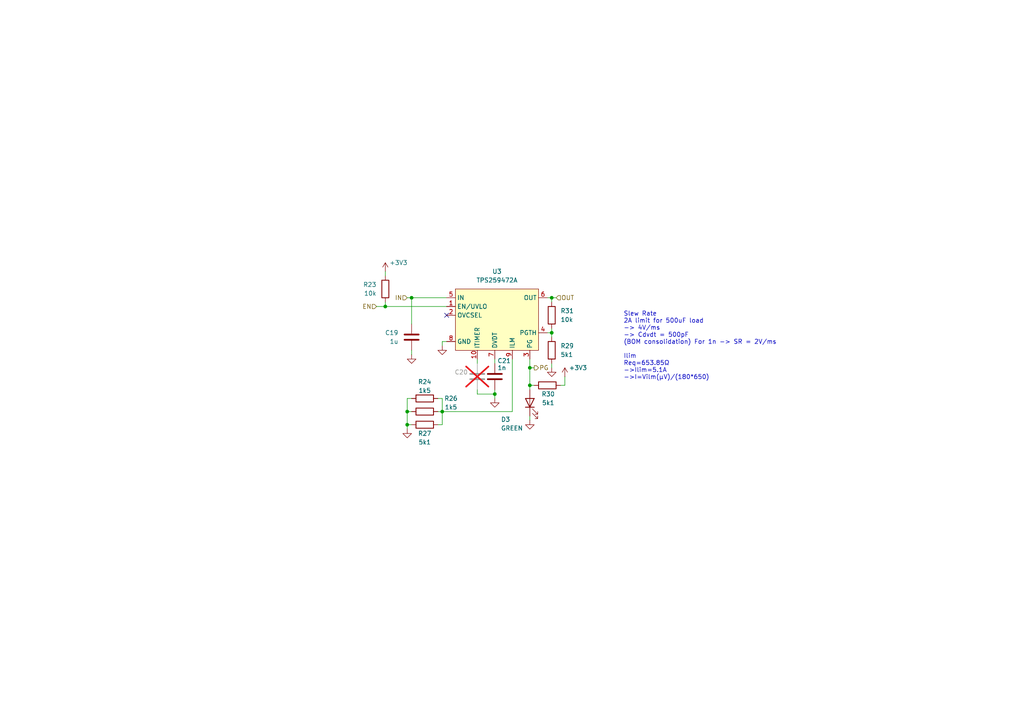
<source format=kicad_sch>
(kicad_sch (version 20250114) (generator "eeschema") (generator_version "9.0")
  (paper "A4")
  (lib_symbols
    (symbol "Device:C" (pin_numbers (hide yes)) (pin_names (offset 0.254))
      (property "Reference" "C" (at 0.635 2.54 0))
      (property "Value" "C" (at 0.635 -2.54 0))
      (symbol "C_0_1"
        (polyline (pts (xy -2.032 0.762) (xy 2.032 0.762)) (stroke (width 0.508)))
        (polyline (pts (xy -2.032 -0.762) (xy 2.032 -0.762)) (stroke (width 0.508)))
      )
      (symbol "C_1_1"
        (pin passive line (at 0 3.81 270) (length 2.794) (name "~") (number "1"))
        (pin passive line (at 0 -3.81 90) (length 2.794) (name "~") (number "2"))
      )
    )
    (symbol "Device:LED" (pin_numbers (hide yes)) (pin_names (offset 1.016) (hide yes))
      (property "Reference" "D" (at 0 2.54 0))
      (property "Value" "LED" (at 0 -2.54 0))
      (symbol "LED_0_1"
        (polyline (pts (xy -3.048 -0.762) (xy -4.572 -2.286) (xy -3.81 -2.286) (xy -4.572 -2.286) (xy -4.572 -1.524)))
        (polyline (pts (xy -1.778 -0.762) (xy -3.302 -2.286) (xy -2.54 -2.286) (xy -3.302 -2.286) (xy -3.302 -1.524)))
        (polyline (pts (xy -1.27 0) (xy 1.27 0)))
        (polyline (pts (xy -1.27 -1.27) (xy -1.27 1.27)) (stroke (width 0.254)))
        (polyline (pts (xy 1.27 -1.27) (xy 1.27 1.27) (xy -1.27 0) (xy 1.27 -1.27)) (stroke (width 0.254)))
      )
      (symbol "LED_1_1"
        (pin passive line (at -3.81 0 0) (length 2.54) (name "K") (number "1"))
        (pin passive line (at 3.81 0 180) (length 2.54) (name "A") (number "2"))
      )
    )
    (symbol "Device:R" (pin_numbers (hide yes)) (pin_names (offset 0))
      (property "Reference" "R" (at 2.032 0 90))
      (property "Value" "R" (at 0 0 90))
      (symbol "R_0_1"
        (rectangle (start -1.016 -2.54) (end 1.016 2.54) (stroke (width 0.254)))
      )
      (symbol "R_1_1"
        (pin passive line (at 0 3.81 270) (length 1.27) (name "~") (number "1"))
        (pin passive line (at 0 -3.81 90) (length 1.27) (name "~") (number "2"))
      )
    )
    (symbol "GLCS:TPS259472x"
      (property "Reference" "U" (at -0.508 12.192 0))
      (property "Value" "TPS259472x" (at 0 9.144 0))
      (symbol "TPS259472x_0_0"
        (pin power_in line (at -15.24 5.08 0) (length 2.54) (name "IN") (number "5"))
        (pin input line (at -15.24 2.54 0) (length 2.54) (name "EN/UVLO") (number "1"))
        (pin input line (at -15.24 0 0) (length 2.54) (name "OVCSEL") (number "2"))
        (pin power_in line (at -15.24 -7.62 0) (length 2.54) (name "GND") (number "8"))
        (pin output line (at -6.35 -12.7 90) (length 2.54) (name "ITIMER") (number "10"))
        (pin output line (at -1.27 -12.7 90) (length 2.54) (name "DVDT") (number "7"))
        (pin output line (at 3.81 -12.7 90) (length 2.54) (name "ILM") (number "9"))
        (pin power_out line (at 13.97 5.08 180) (length 2.54) (name "OUT") (number "6"))
        (pin input line (at 13.97 -5.08 180) (length 2.54) (name "PGTH") (number "4"))
      )
      (symbol "TPS259472x_1_0"
        (pin output line (at 8.89 -12.7 90) (length 2.54) (name "PG") (number "3"))
      )
      (symbol "TPS259472x_1_1"
        (rectangle (start -12.7 7.62) (end 11.43 -10.16) (fill (type background)))
      )
    )
    (symbol "power:+3V3" (power) (pin_numbers (hide yes)) (pin_names (offset 0) (hide yes))
      (property "Value" "+3V3" (at 0 3.556 0))
      (symbol "+3V3_0_1"
        (polyline (pts (xy -0.762 1.27) (xy 0 2.54)))
        (polyline (pts (xy 0 2.54) (xy 0.762 1.27)))
        (polyline (pts (xy 0 0) (xy 0 2.54)))
      )
      (symbol "+3V3_1_1"
        (pin power_in line (at 0 0 90) (length 0) (name "~") (number "1"))
      )
    )
    (symbol "power:GND" (power) (pin_numbers (hide yes)) (pin_names (offset 0) (hide yes))
      (property "Value" "GND" (at 0 -3.81 0))
      (symbol "GND_0_1"
        (polyline (pts (xy 0 0) (xy 0 -1.27) (xy 1.27 -1.27) (xy 0 -2.54) (xy -1.27 -1.27) (xy 0 -1.27)))
      )
      (symbol "GND_1_1"
        (pin power_in line (at 0 0 270) (length 0) (name "~") (number "1"))
      )
    )
  )
  (text "Slew Rate\n2A limit for 500uF load\n-> 4V/ms\n-> Cdvdt = 500pF\n(BOM consolidation) For 1n -> SR = 2V/ms\n\nIlim\nReq=653.85Ω\n->Ilim=5.1A\n->I=Vilm(µV)/(180*650)" (at 180.848 100.33 0) (effects (font (size 1.27 1.27)) (justify left)))
  (junction (at 111.76 88.9))
  (junction (at 160.02 96.52))
  (junction (at 160.02 86.36))
  (junction (at 153.67 106.68))
  (junction (at 118.11 119.38))
  (junction (at 143.51 114.3))
  (junction (at 128.27 119.38))
  (junction (at 118.11 123.19))
  (junction (at 119.38 86.36))
  (junction (at 153.67 111.76))
  (no_connect (at 129.54 91.44))
  (wire (pts (xy 160.02 86.36) (xy 160.02 87.63)))
  (wire (pts (xy 128.27 119.38) (xy 148.59 119.38)))
  (wire (pts (xy 143.51 104.14) (xy 143.51 105.41)))
  (wire (pts (xy 119.38 123.19) (xy 118.11 123.19)))
  (wire (pts (xy 158.75 96.52) (xy 160.02 96.52)))
  (wire (pts (xy 153.67 111.76) (xy 153.67 113.03)))
  (wire (pts (xy 160.02 97.79) (xy 160.02 96.52)))
  (wire (pts (xy 119.38 115.57) (xy 118.11 115.57)))
  (wire (pts (xy 161.29 86.36) (xy 160.02 86.36)))
  (wire (pts (xy 128.27 119.38) (xy 128.27 115.57)))
  (wire (pts (xy 138.43 104.14) (xy 138.43 105.41)))
  (wire (pts (xy 153.67 120.65) (xy 153.67 121.92)))
  (wire (pts (xy 128.27 100.33) (xy 128.27 99.06)))
  (wire (pts (xy 160.02 86.36) (xy 158.75 86.36)))
  (wire (pts (xy 109.22 88.9) (xy 111.76 88.9)))
  (wire (pts (xy 153.67 111.76) (xy 154.94 111.76)))
  (wire (pts (xy 143.51 114.3) (xy 143.51 115.57)))
  (wire (pts (xy 128.27 99.06) (xy 129.54 99.06)))
  (wire (pts (xy 119.38 102.87) (xy 119.38 101.6)))
  (wire (pts (xy 138.43 114.3) (xy 138.43 113.03)))
  (wire (pts (xy 118.11 123.19) (xy 118.11 124.46)))
  (wire (pts (xy 118.11 119.38) (xy 119.38 119.38)))
  (wire (pts (xy 153.67 104.14) (xy 153.67 106.68)))
  (wire (pts (xy 111.76 78.74) (xy 111.76 80.01)))
  (wire (pts (xy 153.67 106.68) (xy 153.67 111.76)))
  (wire (pts (xy 119.38 86.36) (xy 129.54 86.36)))
  (wire (pts (xy 160.02 105.41) (xy 160.02 106.68)))
  (wire (pts (xy 138.43 114.3) (xy 143.51 114.3)))
  (wire (pts (xy 111.76 87.63) (xy 111.76 88.9)))
  (wire (pts (xy 148.59 104.14) (xy 148.59 119.38)))
  (wire (pts (xy 118.11 115.57) (xy 118.11 119.38)))
  (wire (pts (xy 143.51 114.3) (xy 143.51 113.03)))
  (wire (pts (xy 162.56 111.76) (xy 163.83 111.76)))
  (wire (pts (xy 118.11 123.19) (xy 118.11 119.38)))
  (wire (pts (xy 128.27 123.19) (xy 128.27 119.38)))
  (wire (pts (xy 111.76 88.9) (xy 129.54 88.9)))
  (wire (pts (xy 163.83 109.22) (xy 163.83 111.76)))
  (wire (pts (xy 119.38 86.36) (xy 119.38 93.98)))
  (wire (pts (xy 128.27 115.57) (xy 127 115.57)))
  (wire (pts (xy 160.02 96.52) (xy 160.02 95.25)))
  (wire (pts (xy 127 119.38) (xy 128.27 119.38)))
  (wire (pts (xy 127 123.19) (xy 128.27 123.19)))
  (wire (pts (xy 154.94 106.68) (xy 153.67 106.68)))
  (wire (pts (xy 118.11 86.36) (xy 119.38 86.36)))
  (hierarchical_label "EN" (shape input) (at 109.22 88.9 180))
  (hierarchical_label "PG" (shape output) (at 154.94 106.68 0))
  (hierarchical_label "IN" (shape input) (at 118.11 86.36 180))
  (hierarchical_label "OUT" (shape input) (at 161.29 86.36 0))
  (symbol (lib_id "Device:R") (at 123.19 123.19 270) (mirror x) (unit 1)
    (property "Reference" "R27" (at 123.19 125.73 90))
    (property "Value" "5k1" (at 123.19 128.27 90))
    (property "Footprint" "Resistor_SMD:R_0402_1005Metric" (effects (hide yes)))
    (property "Description" "Resistor" (effects (hide yes)))
    (property "Manufacturer" "Uniroyal Elec" (effects (hide yes)))
    (property "Manufacturer Part Number" "0402WGF5101TCE" (effects (hide yes)))
    (property "Basic" "Y" (effects (hide yes)))
    (property "JLCPCB Part #" "C25905" (effects (hide yes)))
  )
  (symbol (lib_id "Device:C") (at 143.51 109.22 0) (unit 1)
    (property "Reference" "C21" (at 144.272 104.648 0) (effects (justify left)))
    (property "Value" "1n" (at 144.272 106.68 0) (effects (justify left)))
    (property "Footprint" "Capacitor_SMD:C_0402_1005Metric" (effects (hide yes)))
    (property "Description" "Unpolarized capacitor" (effects (hide yes)))
    (property "Basic" "Y" (effects (hide yes)))
    (property "JLCPCB Part #" "C1523" (effects (hide yes)))
    (property "Manufacturer" "FH (Guangdong Fenghua Advanced Tech)" (effects (hide yes)))
    (property "Manufacturer Part Number" "0402B102K500NT" (effects (hide yes)))
  )
  (symbol (lib_id "Device:C") (at 119.38 97.79 0) (mirror x) (unit 1)
    (property "Reference" "C19" (at 115.57 96.5199 0) (effects (justify right)))
    (property "Value" "1u" (at 115.57 99.0599 0) (effects (justify right)))
    (property "Footprint" "Capacitor_SMD:C_0402_1005Metric" (effects (hide yes)))
    (property "Description" "Unpolarized capacitor" (effects (hide yes)))
    (property "Manufacturer" "Samsung Electro-Mechanics " (effects (hide yes)))
    (property "Manufacturer Part Number" "CL05A105KA5NQNC" (effects (hide yes)))
    (property "Basic" "Y" (effects (hide yes)))
    (property "JLCPCB Part #" "C52923" (effects (hide yes)))
  )
  (symbol (lib_id "power:+3V3") (at 163.83 109.22 0) (unit 1)
    (property "Reference" "#PWR044" (effects (hide yes)))
    (property "Value" "+3V3" (at 167.64 106.68 0))
    (property "Description" "Power symbol creates a global label with name \"+3V3\"" (effects (hide yes)))
  )
  (symbol (lib_id "Device:R") (at 111.76 83.82 0) (mirror x) (unit 1)
    (property "Reference" "R23" (at 109.22 82.5499 0) (effects (justify right)))
    (property "Value" "10k" (at 109.22 85.0899 0) (effects (justify right)))
    (property "Footprint" "Resistor_SMD:R_0402_1005Metric" (effects (hide yes)))
    (property "Description" "Resistor" (effects (hide yes)))
    (property "Manufacturer" "Uniroyal Elec" (effects (hide yes)))
    (property "Manufacturer Part Number" "0402WGF1002TCE" (effects (hide yes)))
    (property "Basic" "Y" (effects (hide yes)))
    (property "JLCPCB Part #" "C25744" (effects (hide yes)))
  )
  (symbol (lib_id "GLCS:TPS259472x") (at 144.78 91.44 0) (unit 1)
    (property "Reference" "U3" (at 144.145 78.74 0))
    (property "Value" "TPS259472A" (at 144.145 81.28 0))
    (property "Datasheet" "https://www.ti.com/lit/ds/symlink/tps25947.pdf" (effects (hide yes)))
    (property "Description" "2.7-V to 23-V, 28-mΩ, 5.5-A eFuse with integrated reverse polarity protection" (effects (hide yes)))
  )
  (symbol (lib_id "Device:R") (at 123.19 119.38 270) (mirror x) (unit 1)
    (property "Reference" "R26" (at 130.81 115.57 90))
    (property "Value" "1k5" (at 130.81 118.11 90))
    (property "Footprint" "Resistor_SMD:R_0402_1005Metric" (effects (hide yes)))
    (property "Description" "Resistor" (effects (hide yes)))
    (property "Manufacturer" "Uniroyal Elec" (effects (hide yes)))
    (property "Manufacturer Part Number" "0402WGF1501TCE" (effects (hide yes)))
    (property "Basic" "Y" (effects (hide yes)))
    (property "JLCPCB Part #" "C25867" (effects (hide yes)))
  )
  (symbol (lib_id "power:GND") (at 153.67 121.92 0) (unit 1)
    (property "Reference" "#PWR042" (effects (hide yes)))
    (property "Value" "GND" (effects (hide yes)))
    (property "Description" "Power symbol creates a global label with name \"GND\" , ground" (effects (hide yes)))
  )
  (symbol (lib_id "power:GND") (at 143.51 115.57 0) (unit 1)
    (property "Reference" "#PWR041" (effects (hide yes)))
    (property "Value" "GND" (effects (hide yes)))
    (property "Description" "Power symbol creates a global label with name \"GND\" , ground" (effects (hide yes)))
  )
  (symbol (lib_id "power:GND") (at 119.38 102.87 0) (unit 1)
    (property "Reference" "#PWR039" (effects (hide yes)))
    (property "Value" "GND" (effects (hide yes)))
    (property "Description" "Power symbol creates a global label with name \"GND\" , ground" (effects (hide yes)))
  )
  (symbol (lib_id "Device:C") (at 138.43 109.22 0) (unit 1) (dnp yes)
    (property "Reference" "C20" (at 131.826 107.95 0) (effects (justify left)))
    (property "Value" "C" (effects (hide yes)))
    (property "Footprint" "Capacitor_SMD:C_0402_1005Metric" (effects (hide yes)))
    (property "Description" "Unpolarized capacitor" (effects (hide yes)))
  )
  (symbol (lib_id "power:GND") (at 118.11 124.46 0) (unit 1)
    (property "Reference" "#PWR038" (effects (hide yes)))
    (property "Value" "GND" (effects (hide yes)))
    (property "Description" "Power symbol creates a global label with name \"GND\" , ground" (effects (hide yes)))
  )
  (symbol (lib_id "power:GND") (at 128.27 100.33 0) (unit 1)
    (property "Reference" "#PWR040" (effects (hide yes)))
    (property "Value" "GND" (effects (hide yes)))
    (property "Description" "Power symbol creates a global label with name \"GND\" , ground" (effects (hide yes)))
  )
  (symbol (lib_id "Device:LED") (at 153.67 116.84 90) (unit 1)
    (property "Reference" "D3" (at 145.288 121.666 90) (effects (justify right)))
    (property "Value" "GREEN" (at 145.288 124.206 90) (effects (justify right)))
    (property "Footprint" "LED_SMD:LED_0805_2012Metric" (effects (hide yes)))
    (property "Description" "Light emitting diode" (effects (hide yes)))
    (property "Sim.Pins" "1=K 2=A" (effects (hide yes)))
    (property "Manufacturer" "Hubei KENTO Elec " (effects (hide yes)))
    (property "Manufacturer Part Number" "KT-0805G" (effects (hide yes)))
    (property "Basic" "Y" (effects (hide yes)))
    (property "JLCPCB Part #" "C2297" (effects (hide yes)))
  )
  (symbol (lib_id "Device:R") (at 160.02 91.44 0) (mirror x) (unit 1)
    (property "Reference" "R31" (at 162.56 90.1699 0) (effects (justify left)))
    (property "Value" "10k" (at 162.56 92.7099 0) (effects (justify left)))
    (property "Footprint" "Resistor_SMD:R_0402_1005Metric" (effects (hide yes)))
    (property "Description" "Resistor" (effects (hide yes)))
    (property "Manufacturer" "Uniroyal Elec" (effects (hide yes)))
    (property "Manufacturer Part Number" "0402WGF1002TCE" (effects (hide yes)))
    (property "Basic" "Y" (effects (hide yes)))
    (property "JLCPCB Part #" "C25744" (effects (hide yes)))
  )
  (symbol (lib_id "power:+3V3") (at 111.76 78.74 0) (unit 1)
    (property "Reference" "#PWR037" (effects (hide yes)))
    (property "Value" "+3V3" (at 115.57 76.2 0))
    (property "Description" "Power symbol creates a global label with name \"+3V3\"" (effects (hide yes)))
  )
  (symbol (lib_id "Device:R") (at 123.19 115.57 270) (mirror x) (unit 1)
    (property "Reference" "R24" (at 123.19 110.744 90))
    (property "Value" "1k5" (at 123.19 113.284 90))
    (property "Footprint" "Resistor_SMD:R_0402_1005Metric" (effects (hide yes)))
    (property "Description" "Resistor" (effects (hide yes)))
    (property "Manufacturer" "Uniroyal Elec" (effects (hide yes)))
    (property "Manufacturer Part Number" "0402WGF1501TCE" (effects (hide yes)))
    (property "Basic" "Y" (effects (hide yes)))
    (property "JLCPCB Part #" "C25867" (effects (hide yes)))
  )
  (symbol (lib_id "Device:R") (at 160.02 101.6 0) (mirror x) (unit 1)
    (property "Reference" "R29" (at 162.56 100.3299 0) (effects (justify left)))
    (property "Value" "5k1" (at 162.56 102.8699 0) (effects (justify left)))
    (property "Footprint" "Resistor_SMD:R_0402_1005Metric" (effects (hide yes)))
    (property "Description" "Resistor" (effects (hide yes)))
    (property "Manufacturer" "Uniroyal Elec" (effects (hide yes)))
    (property "Manufacturer Part Number" "0402WGF5101TCE" (effects (hide yes)))
    (property "Basic" "Y" (effects (hide yes)))
    (property "JLCPCB Part #" "C25905" (effects (hide yes)))
  )
  (symbol (lib_id "power:GND") (at 160.02 106.68 0) (unit 1)
    (property "Reference" "#PWR043" (effects (hide yes)))
    (property "Value" "GND" (effects (hide yes)))
    (property "Description" "Power symbol creates a global label with name \"GND\" , ground" (effects (hide yes)))
  )
  (symbol (lib_id "Device:R") (at 158.75 111.76 270) (mirror x) (unit 1)
    (property "Reference" "R30" (at 159.004 114.3 90))
    (property "Value" "5k1" (at 159.004 116.84 90))
    (property "Footprint" "Resistor_SMD:R_0402_1005Metric" (effects (hide yes)))
    (property "Description" "Resistor" (effects (hide yes)))
    (property "Manufacturer" "Uniroyal Elec" (effects (hide yes)))
    (property "Manufacturer Part Number" "0402WGF5101TCE" (effects (hide yes)))
    (property "Basic" "Y" (effects (hide yes)))
    (property "JLCPCB Part #" "C25905" (effects (hide yes)))
  )
)
</source>
